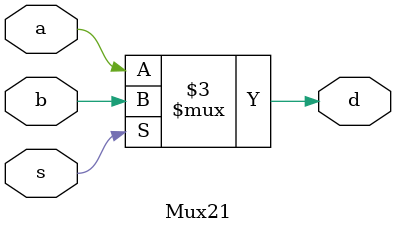
<source format=v>
`timescale 1ns / 1ps

module Mux21(a, b, s, d);
input a, b, s;
output reg d; 

always @(a, b, s)
begin
if(s)
d = b;
else
d = a;
end
endmodule


</source>
